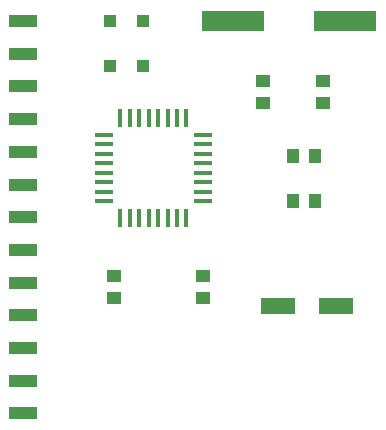
<source format=gbr>
G04 DipTrace 3.0.0.0*
G04 TopPaste.gbr*
%MOMM*%
G04 #@! TF.FileFunction,Paste,Top*
G04 #@! TF.Part,Single*
%ADD45R,5.3X1.8*%
%ADD47R,1.1X1.3*%
%ADD57R,2.34X1.07*%
%ADD64R,1.0X1.0*%
%ADD66R,1.3X1.1*%
%ADD68R,2.95X1.4*%
%ADD70R,0.3X1.5*%
%ADD72R,1.5X0.3*%
%FSLAX35Y35*%
G04*
G71*
G90*
G75*
G01*
G04 TopPaste*
%LPD*%
D72*
X2778000Y3159000D3*
Y3239000D3*
Y3319000D3*
Y3399000D3*
Y3479000D3*
Y3559000D3*
Y3639000D3*
Y3719000D3*
D70*
X2638000Y3859000D3*
X2558000D3*
X2478000D3*
X2398000D3*
X2318000D3*
X2238000D3*
X2158000D3*
X2078000D3*
D72*
X1938000Y3719000D3*
Y3639000D3*
Y3559000D3*
Y3479000D3*
Y3399000D3*
Y3319000D3*
Y3239000D3*
Y3159000D3*
D70*
X2078000Y3019000D3*
X2158000D3*
X2238000D3*
X2318000D3*
X2398000D3*
X2478000D3*
X2558000D3*
X2638000D3*
D68*
X3413000Y2270000D3*
X3903000D3*
D66*
X3286000Y4175000D3*
Y3985000D3*
X3794000Y4175000D3*
Y3985000D3*
D64*
X2270000Y4683000D3*
X1990000D3*
X2270000Y4302000D3*
X1990000D3*
D57*
X1254000Y4683000D3*
Y4406140D3*
Y4129280D3*
Y3852420D3*
Y3575560D3*
Y3298700D3*
Y3021840D3*
Y2744980D3*
Y2468120D3*
Y2191260D3*
Y1914400D3*
Y1637540D3*
Y1360680D3*
D47*
X3540000Y3540000D3*
X3730000D3*
X3540000Y3159000D3*
X3730000D3*
D66*
X2778000Y2524000D3*
Y2334000D3*
X2021840Y2334257D3*
Y2524257D3*
D45*
X3032000Y4683000D3*
X3982000D3*
M02*

</source>
